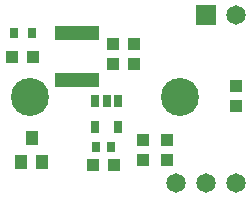
<source format=gts>
G04 #@! TF.FileFunction,Soldermask,Top*
%FSLAX46Y46*%
G04 Gerber Fmt 4.6, Leading zero omitted, Abs format (unit mm)*
G04 Created by KiCad (PCBNEW (2015-05-03 BZR 5637)-product) date 2015 September 30, Wednesday 19:29:07*
%MOMM*%
G01*
G04 APERTURE LIST*
%ADD10C,0.100000*%
%ADD11R,0.650000X1.060000*%
%ADD12R,1.651000X1.651000*%
%ADD13C,1.651000*%
%ADD14R,0.762000X0.889000*%
%ADD15C,3.216000*%
%ADD16R,1.100000X1.000000*%
%ADD17R,0.700000X0.900000*%
%ADD18R,1.000000X1.100000*%
%ADD19R,3.700000X1.200000*%
%ADD20R,1.016000X1.143000*%
G04 APERTURE END LIST*
D10*
D11*
X149794000Y-105326000D03*
X148844000Y-105326000D03*
X147894000Y-105326000D03*
X147894000Y-107526000D03*
X149794000Y-107526000D03*
D12*
X157226000Y-98044000D03*
D13*
X159766000Y-98044000D03*
D14*
X140970000Y-99568000D03*
X142494000Y-99568000D03*
D15*
X142405100Y-105003600D03*
X155105100Y-105003600D03*
D16*
X147740000Y-110744000D03*
X149440000Y-110744000D03*
D17*
X147940000Y-109220000D03*
X149240000Y-109220000D03*
D18*
X149352000Y-100496000D03*
X149352000Y-102196000D03*
X151130000Y-100496000D03*
X151130000Y-102196000D03*
D19*
X146304000Y-103600000D03*
X146304000Y-99600000D03*
D20*
X142494000Y-108458000D03*
X143383000Y-110490000D03*
X141605000Y-110490000D03*
D18*
X159766000Y-104052000D03*
X159766000Y-105752000D03*
X153924000Y-108624000D03*
X153924000Y-110324000D03*
X151892000Y-108624000D03*
X151892000Y-110324000D03*
D16*
X142582000Y-101600000D03*
X140882000Y-101600000D03*
D13*
X154686000Y-112268000D03*
X157226000Y-112268000D03*
X159766000Y-112268000D03*
M02*

</source>
